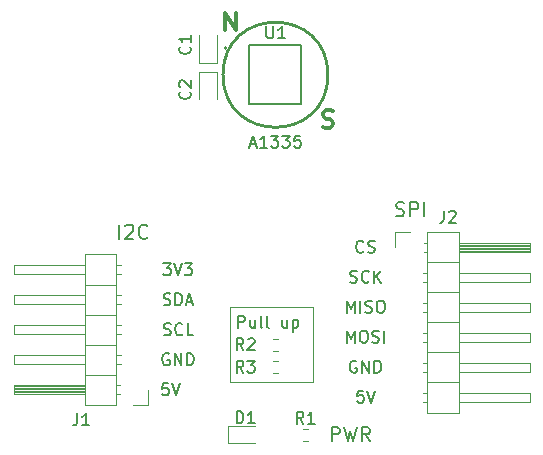
<source format=gbr>
%TF.GenerationSoftware,KiCad,Pcbnew,(5.1.9)-1*%
%TF.CreationDate,2021-04-28T11:17:24-03:00*%
%TF.ProjectId,1335_rev1,31333335-5f72-4657-9631-2e6b69636164,rev?*%
%TF.SameCoordinates,Original*%
%TF.FileFunction,Legend,Top*%
%TF.FilePolarity,Positive*%
%FSLAX46Y46*%
G04 Gerber Fmt 4.6, Leading zero omitted, Abs format (unit mm)*
G04 Created by KiCad (PCBNEW (5.1.9)-1) date 2021-04-28 11:17:24*
%MOMM*%
%LPD*%
G01*
G04 APERTURE LIST*
%ADD10C,0.120000*%
%ADD11C,0.200000*%
%ADD12C,0.150000*%
%ADD13C,0.300000*%
%ADD14C,0.250000*%
%ADD15C,0.127000*%
G04 APERTURE END LIST*
D10*
X146050000Y-86360000D02*
X139065000Y-86360000D01*
X146050000Y-92710000D02*
X146050000Y-86360000D01*
X144780000Y-92710000D02*
X146050000Y-92710000D01*
X139065000Y-92710000D02*
X144780000Y-92710000D01*
X139065000Y-86360000D02*
X139065000Y-92710000D01*
D11*
X153076428Y-78590714D02*
X153247857Y-78647857D01*
X153533571Y-78647857D01*
X153647857Y-78590714D01*
X153705000Y-78533571D01*
X153762142Y-78419285D01*
X153762142Y-78305000D01*
X153705000Y-78190714D01*
X153647857Y-78133571D01*
X153533571Y-78076428D01*
X153305000Y-78019285D01*
X153190714Y-77962142D01*
X153133571Y-77905000D01*
X153076428Y-77790714D01*
X153076428Y-77676428D01*
X153133571Y-77562142D01*
X153190714Y-77505000D01*
X153305000Y-77447857D01*
X153590714Y-77447857D01*
X153762142Y-77505000D01*
X154276428Y-78647857D02*
X154276428Y-77447857D01*
X154733571Y-77447857D01*
X154847857Y-77505000D01*
X154905000Y-77562142D01*
X154962142Y-77676428D01*
X154962142Y-77847857D01*
X154905000Y-77962142D01*
X154847857Y-78019285D01*
X154733571Y-78076428D01*
X154276428Y-78076428D01*
X155476428Y-78647857D02*
X155476428Y-77447857D01*
X129638571Y-80552857D02*
X129638571Y-79352857D01*
X130152857Y-79467142D02*
X130210000Y-79410000D01*
X130324285Y-79352857D01*
X130610000Y-79352857D01*
X130724285Y-79410000D01*
X130781428Y-79467142D01*
X130838571Y-79581428D01*
X130838571Y-79695714D01*
X130781428Y-79867142D01*
X130095714Y-80552857D01*
X130838571Y-80552857D01*
X132038571Y-80438571D02*
X131981428Y-80495714D01*
X131810000Y-80552857D01*
X131695714Y-80552857D01*
X131524285Y-80495714D01*
X131410000Y-80381428D01*
X131352857Y-80267142D01*
X131295714Y-80038571D01*
X131295714Y-79867142D01*
X131352857Y-79638571D01*
X131410000Y-79524285D01*
X131524285Y-79410000D01*
X131695714Y-79352857D01*
X131810000Y-79352857D01*
X131981428Y-79410000D01*
X132038571Y-79467142D01*
D12*
X139716190Y-88082380D02*
X139716190Y-87082380D01*
X140097142Y-87082380D01*
X140192380Y-87130000D01*
X140240000Y-87177619D01*
X140287619Y-87272857D01*
X140287619Y-87415714D01*
X140240000Y-87510952D01*
X140192380Y-87558571D01*
X140097142Y-87606190D01*
X139716190Y-87606190D01*
X141144761Y-87415714D02*
X141144761Y-88082380D01*
X140716190Y-87415714D02*
X140716190Y-87939523D01*
X140763809Y-88034761D01*
X140859047Y-88082380D01*
X141001904Y-88082380D01*
X141097142Y-88034761D01*
X141144761Y-87987142D01*
X141763809Y-88082380D02*
X141668571Y-88034761D01*
X141620952Y-87939523D01*
X141620952Y-87082380D01*
X142287619Y-88082380D02*
X142192380Y-88034761D01*
X142144761Y-87939523D01*
X142144761Y-87082380D01*
X143859047Y-87415714D02*
X143859047Y-88082380D01*
X143430476Y-87415714D02*
X143430476Y-87939523D01*
X143478095Y-88034761D01*
X143573333Y-88082380D01*
X143716190Y-88082380D01*
X143811428Y-88034761D01*
X143859047Y-87987142D01*
X144335238Y-87415714D02*
X144335238Y-88415714D01*
X144335238Y-87463333D02*
X144430476Y-87415714D01*
X144620952Y-87415714D01*
X144716190Y-87463333D01*
X144763809Y-87510952D01*
X144811428Y-87606190D01*
X144811428Y-87891904D01*
X144763809Y-87987142D01*
X144716190Y-88034761D01*
X144620952Y-88082380D01*
X144430476Y-88082380D01*
X144335238Y-88034761D01*
X149733095Y-90940000D02*
X149637857Y-90892380D01*
X149495000Y-90892380D01*
X149352142Y-90940000D01*
X149256904Y-91035238D01*
X149209285Y-91130476D01*
X149161666Y-91320952D01*
X149161666Y-91463809D01*
X149209285Y-91654285D01*
X149256904Y-91749523D01*
X149352142Y-91844761D01*
X149495000Y-91892380D01*
X149590238Y-91892380D01*
X149733095Y-91844761D01*
X149780714Y-91797142D01*
X149780714Y-91463809D01*
X149590238Y-91463809D01*
X150209285Y-91892380D02*
X150209285Y-90892380D01*
X150780714Y-91892380D01*
X150780714Y-90892380D01*
X151256904Y-91892380D02*
X151256904Y-90892380D01*
X151495000Y-90892380D01*
X151637857Y-90940000D01*
X151733095Y-91035238D01*
X151780714Y-91130476D01*
X151828333Y-91320952D01*
X151828333Y-91463809D01*
X151780714Y-91654285D01*
X151733095Y-91749523D01*
X151637857Y-91844761D01*
X151495000Y-91892380D01*
X151256904Y-91892380D01*
X150304523Y-93432380D02*
X149828333Y-93432380D01*
X149780714Y-93908571D01*
X149828333Y-93860952D01*
X149923571Y-93813333D01*
X150161666Y-93813333D01*
X150256904Y-93860952D01*
X150304523Y-93908571D01*
X150352142Y-94003809D01*
X150352142Y-94241904D01*
X150304523Y-94337142D01*
X150256904Y-94384761D01*
X150161666Y-94432380D01*
X149923571Y-94432380D01*
X149828333Y-94384761D01*
X149780714Y-94337142D01*
X150637857Y-93432380D02*
X150971190Y-94432380D01*
X151304523Y-93432380D01*
X133429523Y-88669761D02*
X133572380Y-88717380D01*
X133810476Y-88717380D01*
X133905714Y-88669761D01*
X133953333Y-88622142D01*
X134000952Y-88526904D01*
X134000952Y-88431666D01*
X133953333Y-88336428D01*
X133905714Y-88288809D01*
X133810476Y-88241190D01*
X133620000Y-88193571D01*
X133524761Y-88145952D01*
X133477142Y-88098333D01*
X133429523Y-88003095D01*
X133429523Y-87907857D01*
X133477142Y-87812619D01*
X133524761Y-87765000D01*
X133620000Y-87717380D01*
X133858095Y-87717380D01*
X134000952Y-87765000D01*
X135000952Y-88622142D02*
X134953333Y-88669761D01*
X134810476Y-88717380D01*
X134715238Y-88717380D01*
X134572380Y-88669761D01*
X134477142Y-88574523D01*
X134429523Y-88479285D01*
X134381904Y-88288809D01*
X134381904Y-88145952D01*
X134429523Y-87955476D01*
X134477142Y-87860238D01*
X134572380Y-87765000D01*
X134715238Y-87717380D01*
X134810476Y-87717380D01*
X134953333Y-87765000D01*
X135000952Y-87812619D01*
X135905714Y-88717380D02*
X135429523Y-88717380D01*
X135429523Y-87717380D01*
X133405714Y-86129761D02*
X133548571Y-86177380D01*
X133786666Y-86177380D01*
X133881904Y-86129761D01*
X133929523Y-86082142D01*
X133977142Y-85986904D01*
X133977142Y-85891666D01*
X133929523Y-85796428D01*
X133881904Y-85748809D01*
X133786666Y-85701190D01*
X133596190Y-85653571D01*
X133500952Y-85605952D01*
X133453333Y-85558333D01*
X133405714Y-85463095D01*
X133405714Y-85367857D01*
X133453333Y-85272619D01*
X133500952Y-85225000D01*
X133596190Y-85177380D01*
X133834285Y-85177380D01*
X133977142Y-85225000D01*
X134405714Y-86177380D02*
X134405714Y-85177380D01*
X134643809Y-85177380D01*
X134786666Y-85225000D01*
X134881904Y-85320238D01*
X134929523Y-85415476D01*
X134977142Y-85605952D01*
X134977142Y-85748809D01*
X134929523Y-85939285D01*
X134881904Y-86034523D01*
X134786666Y-86129761D01*
X134643809Y-86177380D01*
X134405714Y-86177380D01*
X135358095Y-85891666D02*
X135834285Y-85891666D01*
X135262857Y-86177380D02*
X135596190Y-85177380D01*
X135929523Y-86177380D01*
X133794523Y-92797380D02*
X133318333Y-92797380D01*
X133270714Y-93273571D01*
X133318333Y-93225952D01*
X133413571Y-93178333D01*
X133651666Y-93178333D01*
X133746904Y-93225952D01*
X133794523Y-93273571D01*
X133842142Y-93368809D01*
X133842142Y-93606904D01*
X133794523Y-93702142D01*
X133746904Y-93749761D01*
X133651666Y-93797380D01*
X133413571Y-93797380D01*
X133318333Y-93749761D01*
X133270714Y-93702142D01*
X134127857Y-92797380D02*
X134461190Y-93797380D01*
X134794523Y-92797380D01*
X149209285Y-84224761D02*
X149352142Y-84272380D01*
X149590238Y-84272380D01*
X149685476Y-84224761D01*
X149733095Y-84177142D01*
X149780714Y-84081904D01*
X149780714Y-83986666D01*
X149733095Y-83891428D01*
X149685476Y-83843809D01*
X149590238Y-83796190D01*
X149399761Y-83748571D01*
X149304523Y-83700952D01*
X149256904Y-83653333D01*
X149209285Y-83558095D01*
X149209285Y-83462857D01*
X149256904Y-83367619D01*
X149304523Y-83320000D01*
X149399761Y-83272380D01*
X149637857Y-83272380D01*
X149780714Y-83320000D01*
X150780714Y-84177142D02*
X150733095Y-84224761D01*
X150590238Y-84272380D01*
X150495000Y-84272380D01*
X150352142Y-84224761D01*
X150256904Y-84129523D01*
X150209285Y-84034285D01*
X150161666Y-83843809D01*
X150161666Y-83700952D01*
X150209285Y-83510476D01*
X150256904Y-83415238D01*
X150352142Y-83320000D01*
X150495000Y-83272380D01*
X150590238Y-83272380D01*
X150733095Y-83320000D01*
X150780714Y-83367619D01*
X151209285Y-84272380D02*
X151209285Y-83272380D01*
X151780714Y-84272380D02*
X151352142Y-83700952D01*
X151780714Y-83272380D02*
X151209285Y-83843809D01*
X150328333Y-81637142D02*
X150280714Y-81684761D01*
X150137857Y-81732380D01*
X150042619Y-81732380D01*
X149899761Y-81684761D01*
X149804523Y-81589523D01*
X149756904Y-81494285D01*
X149709285Y-81303809D01*
X149709285Y-81160952D01*
X149756904Y-80970476D01*
X149804523Y-80875238D01*
X149899761Y-80780000D01*
X150042619Y-80732380D01*
X150137857Y-80732380D01*
X150280714Y-80780000D01*
X150328333Y-80827619D01*
X150709285Y-81684761D02*
X150852142Y-81732380D01*
X151090238Y-81732380D01*
X151185476Y-81684761D01*
X151233095Y-81637142D01*
X151280714Y-81541904D01*
X151280714Y-81446666D01*
X151233095Y-81351428D01*
X151185476Y-81303809D01*
X151090238Y-81256190D01*
X150899761Y-81208571D01*
X150804523Y-81160952D01*
X150756904Y-81113333D01*
X150709285Y-81018095D01*
X150709285Y-80922857D01*
X150756904Y-80827619D01*
X150804523Y-80780000D01*
X150899761Y-80732380D01*
X151137857Y-80732380D01*
X151280714Y-80780000D01*
X148923571Y-86812380D02*
X148923571Y-85812380D01*
X149256904Y-86526666D01*
X149590238Y-85812380D01*
X149590238Y-86812380D01*
X150066428Y-86812380D02*
X150066428Y-85812380D01*
X150495000Y-86764761D02*
X150637857Y-86812380D01*
X150875952Y-86812380D01*
X150971190Y-86764761D01*
X151018809Y-86717142D01*
X151066428Y-86621904D01*
X151066428Y-86526666D01*
X151018809Y-86431428D01*
X150971190Y-86383809D01*
X150875952Y-86336190D01*
X150685476Y-86288571D01*
X150590238Y-86240952D01*
X150542619Y-86193333D01*
X150495000Y-86098095D01*
X150495000Y-86002857D01*
X150542619Y-85907619D01*
X150590238Y-85860000D01*
X150685476Y-85812380D01*
X150923571Y-85812380D01*
X151066428Y-85860000D01*
X151685476Y-85812380D02*
X151875952Y-85812380D01*
X151971190Y-85860000D01*
X152066428Y-85955238D01*
X152114047Y-86145714D01*
X152114047Y-86479047D01*
X152066428Y-86669523D01*
X151971190Y-86764761D01*
X151875952Y-86812380D01*
X151685476Y-86812380D01*
X151590238Y-86764761D01*
X151495000Y-86669523D01*
X151447380Y-86479047D01*
X151447380Y-86145714D01*
X151495000Y-85955238D01*
X151590238Y-85860000D01*
X151685476Y-85812380D01*
X148923571Y-89352380D02*
X148923571Y-88352380D01*
X149256904Y-89066666D01*
X149590238Y-88352380D01*
X149590238Y-89352380D01*
X150256904Y-88352380D02*
X150447380Y-88352380D01*
X150542619Y-88400000D01*
X150637857Y-88495238D01*
X150685476Y-88685714D01*
X150685476Y-89019047D01*
X150637857Y-89209523D01*
X150542619Y-89304761D01*
X150447380Y-89352380D01*
X150256904Y-89352380D01*
X150161666Y-89304761D01*
X150066428Y-89209523D01*
X150018809Y-89019047D01*
X150018809Y-88685714D01*
X150066428Y-88495238D01*
X150161666Y-88400000D01*
X150256904Y-88352380D01*
X151066428Y-89304761D02*
X151209285Y-89352380D01*
X151447380Y-89352380D01*
X151542619Y-89304761D01*
X151590238Y-89257142D01*
X151637857Y-89161904D01*
X151637857Y-89066666D01*
X151590238Y-88971428D01*
X151542619Y-88923809D01*
X151447380Y-88876190D01*
X151256904Y-88828571D01*
X151161666Y-88780952D01*
X151114047Y-88733333D01*
X151066428Y-88638095D01*
X151066428Y-88542857D01*
X151114047Y-88447619D01*
X151161666Y-88400000D01*
X151256904Y-88352380D01*
X151495000Y-88352380D01*
X151637857Y-88400000D01*
X152066428Y-89352380D02*
X152066428Y-88352380D01*
X133858095Y-90305000D02*
X133762857Y-90257380D01*
X133620000Y-90257380D01*
X133477142Y-90305000D01*
X133381904Y-90400238D01*
X133334285Y-90495476D01*
X133286666Y-90685952D01*
X133286666Y-90828809D01*
X133334285Y-91019285D01*
X133381904Y-91114523D01*
X133477142Y-91209761D01*
X133620000Y-91257380D01*
X133715238Y-91257380D01*
X133858095Y-91209761D01*
X133905714Y-91162142D01*
X133905714Y-90828809D01*
X133715238Y-90828809D01*
X134334285Y-91257380D02*
X134334285Y-90257380D01*
X134905714Y-91257380D01*
X134905714Y-90257380D01*
X135381904Y-91257380D02*
X135381904Y-90257380D01*
X135620000Y-90257380D01*
X135762857Y-90305000D01*
X135858095Y-90400238D01*
X135905714Y-90495476D01*
X135953333Y-90685952D01*
X135953333Y-90828809D01*
X135905714Y-91019285D01*
X135858095Y-91114523D01*
X135762857Y-91209761D01*
X135620000Y-91257380D01*
X135381904Y-91257380D01*
X133381904Y-82637380D02*
X134000952Y-82637380D01*
X133667619Y-83018333D01*
X133810476Y-83018333D01*
X133905714Y-83065952D01*
X133953333Y-83113571D01*
X134000952Y-83208809D01*
X134000952Y-83446904D01*
X133953333Y-83542142D01*
X133905714Y-83589761D01*
X133810476Y-83637380D01*
X133524761Y-83637380D01*
X133429523Y-83589761D01*
X133381904Y-83542142D01*
X134286666Y-82637380D02*
X134620000Y-83637380D01*
X134953333Y-82637380D01*
X135191428Y-82637380D02*
X135810476Y-82637380D01*
X135477142Y-83018333D01*
X135620000Y-83018333D01*
X135715238Y-83065952D01*
X135762857Y-83113571D01*
X135810476Y-83208809D01*
X135810476Y-83446904D01*
X135762857Y-83542142D01*
X135715238Y-83589761D01*
X135620000Y-83637380D01*
X135334285Y-83637380D01*
X135239047Y-83589761D01*
X135191428Y-83542142D01*
D13*
X146891428Y-71092142D02*
X147105714Y-71163571D01*
X147462857Y-71163571D01*
X147605714Y-71092142D01*
X147677142Y-71020714D01*
X147748571Y-70877857D01*
X147748571Y-70735000D01*
X147677142Y-70592142D01*
X147605714Y-70520714D01*
X147462857Y-70449285D01*
X147177142Y-70377857D01*
X147034285Y-70306428D01*
X146962857Y-70235000D01*
X146891428Y-70092142D01*
X146891428Y-69949285D01*
X146962857Y-69806428D01*
X147034285Y-69735000D01*
X147177142Y-69663571D01*
X147534285Y-69663571D01*
X147748571Y-69735000D01*
X138636428Y-62908571D02*
X138636428Y-61408571D01*
X139493571Y-62908571D01*
X139493571Y-61408571D01*
D11*
X147625000Y-97697857D02*
X147625000Y-96497857D01*
X148082142Y-96497857D01*
X148196428Y-96555000D01*
X148253571Y-96612142D01*
X148310714Y-96726428D01*
X148310714Y-96897857D01*
X148253571Y-97012142D01*
X148196428Y-97069285D01*
X148082142Y-97126428D01*
X147625000Y-97126428D01*
X148710714Y-96497857D02*
X148996428Y-97697857D01*
X149225000Y-96840714D01*
X149453571Y-97697857D01*
X149739285Y-96497857D01*
X150882142Y-97697857D02*
X150482142Y-97126428D01*
X150196428Y-97697857D02*
X150196428Y-96497857D01*
X150653571Y-96497857D01*
X150767857Y-96555000D01*
X150825000Y-96612142D01*
X150882142Y-96726428D01*
X150882142Y-96897857D01*
X150825000Y-97012142D01*
X150767857Y-97069285D01*
X150653571Y-97126428D01*
X150196428Y-97126428D01*
D14*
X147320000Y-66675000D02*
G75*
G03*
X147320000Y-66675000I-4445000J0D01*
G01*
D10*
%TO.C,J1*%
X132080000Y-94615000D02*
X130810000Y-94615000D01*
X132080000Y-93345000D02*
X132080000Y-94615000D01*
X129767071Y-82805000D02*
X129370000Y-82805000D01*
X129767071Y-83565000D02*
X129370000Y-83565000D01*
X120710000Y-82805000D02*
X126710000Y-82805000D01*
X120710000Y-83565000D02*
X120710000Y-82805000D01*
X126710000Y-83565000D02*
X120710000Y-83565000D01*
X129370000Y-84455000D02*
X126710000Y-84455000D01*
X129767071Y-85345000D02*
X129370000Y-85345000D01*
X129767071Y-86105000D02*
X129370000Y-86105000D01*
X120710000Y-85345000D02*
X126710000Y-85345000D01*
X120710000Y-86105000D02*
X120710000Y-85345000D01*
X126710000Y-86105000D02*
X120710000Y-86105000D01*
X129370000Y-86995000D02*
X126710000Y-86995000D01*
X129767071Y-87885000D02*
X129370000Y-87885000D01*
X129767071Y-88645000D02*
X129370000Y-88645000D01*
X120710000Y-87885000D02*
X126710000Y-87885000D01*
X120710000Y-88645000D02*
X120710000Y-87885000D01*
X126710000Y-88645000D02*
X120710000Y-88645000D01*
X129370000Y-89535000D02*
X126710000Y-89535000D01*
X129767071Y-90425000D02*
X129370000Y-90425000D01*
X129767071Y-91185000D02*
X129370000Y-91185000D01*
X120710000Y-90425000D02*
X126710000Y-90425000D01*
X120710000Y-91185000D02*
X120710000Y-90425000D01*
X126710000Y-91185000D02*
X120710000Y-91185000D01*
X129370000Y-92075000D02*
X126710000Y-92075000D01*
X129700000Y-92965000D02*
X129370000Y-92965000D01*
X129700000Y-93725000D02*
X129370000Y-93725000D01*
X126710000Y-93065000D02*
X120710000Y-93065000D01*
X126710000Y-93185000D02*
X120710000Y-93185000D01*
X126710000Y-93305000D02*
X120710000Y-93305000D01*
X126710000Y-93425000D02*
X120710000Y-93425000D01*
X126710000Y-93545000D02*
X120710000Y-93545000D01*
X126710000Y-93665000D02*
X120710000Y-93665000D01*
X120710000Y-92965000D02*
X126710000Y-92965000D01*
X120710000Y-93725000D02*
X120710000Y-92965000D01*
X126710000Y-93725000D02*
X120710000Y-93725000D01*
X126710000Y-94675000D02*
X129370000Y-94675000D01*
X126710000Y-81855000D02*
X126710000Y-94675000D01*
X129370000Y-81855000D02*
X126710000Y-81855000D01*
X129370000Y-94675000D02*
X129370000Y-81855000D01*
%TO.C,J2*%
X153035000Y-80010000D02*
X154305000Y-80010000D01*
X153035000Y-81280000D02*
X153035000Y-80010000D01*
X155347929Y-94360000D02*
X155745000Y-94360000D01*
X155347929Y-93600000D02*
X155745000Y-93600000D01*
X164405000Y-94360000D02*
X158405000Y-94360000D01*
X164405000Y-93600000D02*
X164405000Y-94360000D01*
X158405000Y-93600000D02*
X164405000Y-93600000D01*
X155745000Y-92710000D02*
X158405000Y-92710000D01*
X155347929Y-91820000D02*
X155745000Y-91820000D01*
X155347929Y-91060000D02*
X155745000Y-91060000D01*
X164405000Y-91820000D02*
X158405000Y-91820000D01*
X164405000Y-91060000D02*
X164405000Y-91820000D01*
X158405000Y-91060000D02*
X164405000Y-91060000D01*
X155745000Y-90170000D02*
X158405000Y-90170000D01*
X155347929Y-89280000D02*
X155745000Y-89280000D01*
X155347929Y-88520000D02*
X155745000Y-88520000D01*
X164405000Y-89280000D02*
X158405000Y-89280000D01*
X164405000Y-88520000D02*
X164405000Y-89280000D01*
X158405000Y-88520000D02*
X164405000Y-88520000D01*
X155745000Y-87630000D02*
X158405000Y-87630000D01*
X155347929Y-86740000D02*
X155745000Y-86740000D01*
X155347929Y-85980000D02*
X155745000Y-85980000D01*
X164405000Y-86740000D02*
X158405000Y-86740000D01*
X164405000Y-85980000D02*
X164405000Y-86740000D01*
X158405000Y-85980000D02*
X164405000Y-85980000D01*
X155745000Y-85090000D02*
X158405000Y-85090000D01*
X155347929Y-84200000D02*
X155745000Y-84200000D01*
X155347929Y-83440000D02*
X155745000Y-83440000D01*
X164405000Y-84200000D02*
X158405000Y-84200000D01*
X164405000Y-83440000D02*
X164405000Y-84200000D01*
X158405000Y-83440000D02*
X164405000Y-83440000D01*
X155745000Y-82550000D02*
X158405000Y-82550000D01*
X155415000Y-81660000D02*
X155745000Y-81660000D01*
X155415000Y-80900000D02*
X155745000Y-80900000D01*
X158405000Y-81560000D02*
X164405000Y-81560000D01*
X158405000Y-81440000D02*
X164405000Y-81440000D01*
X158405000Y-81320000D02*
X164405000Y-81320000D01*
X158405000Y-81200000D02*
X164405000Y-81200000D01*
X158405000Y-81080000D02*
X164405000Y-81080000D01*
X158405000Y-80960000D02*
X164405000Y-80960000D01*
X164405000Y-81660000D02*
X158405000Y-81660000D01*
X164405000Y-80900000D02*
X164405000Y-81660000D01*
X158405000Y-80900000D02*
X164405000Y-80900000D01*
X158405000Y-79950000D02*
X155745000Y-79950000D01*
X158405000Y-95310000D02*
X158405000Y-79950000D01*
X155745000Y-95310000D02*
X158405000Y-95310000D01*
X155745000Y-79950000D02*
X155745000Y-95310000D01*
%TO.C,R1*%
X145652258Y-97677500D02*
X145177742Y-97677500D01*
X145652258Y-96632500D02*
X145177742Y-96632500D01*
%TO.C,R3*%
X142637742Y-91962500D02*
X143112258Y-91962500D01*
X142637742Y-90917500D02*
X143112258Y-90917500D01*
%TO.C,R2*%
X142637742Y-90057500D02*
X143112258Y-90057500D01*
X142637742Y-89012500D02*
X143112258Y-89012500D01*
%TO.C,D1*%
X141135000Y-96420000D02*
X138850000Y-96420000D01*
X138850000Y-96420000D02*
X138850000Y-97890000D01*
X138850000Y-97890000D02*
X141135000Y-97890000D01*
%TO.C,C2*%
X137945000Y-68745000D02*
X137945000Y-66435000D01*
X137945000Y-66435000D02*
X136375000Y-66435000D01*
X136375000Y-66435000D02*
X136375000Y-68745000D01*
%TO.C,C1*%
X137945000Y-65645000D02*
X137945000Y-63335000D01*
X136375000Y-65645000D02*
X137945000Y-65645000D01*
X136375000Y-63335000D02*
X136375000Y-65645000D01*
D15*
%TO.C,U1*%
X145075000Y-64175000D02*
X145075000Y-69175000D01*
X140675000Y-64175000D02*
X140675000Y-69175000D01*
X140675000Y-69175000D02*
X145075000Y-69175000D01*
X140675000Y-64175000D02*
X145075000Y-64175000D01*
D11*
X138735000Y-64415000D02*
G75*
G03*
X138735000Y-64415000I-100000J0D01*
G01*
%TO.C,J1*%
D12*
X126091666Y-95337380D02*
X126091666Y-96051666D01*
X126044047Y-96194523D01*
X125948809Y-96289761D01*
X125805952Y-96337380D01*
X125710714Y-96337380D01*
X127091666Y-96337380D02*
X126520238Y-96337380D01*
X126805952Y-96337380D02*
X126805952Y-95337380D01*
X126710714Y-95480238D01*
X126615476Y-95575476D01*
X126520238Y-95623095D01*
%TO.C,J2*%
X157146666Y-78192380D02*
X157146666Y-78906666D01*
X157099047Y-79049523D01*
X157003809Y-79144761D01*
X156860952Y-79192380D01*
X156765714Y-79192380D01*
X157575238Y-78287619D02*
X157622857Y-78240000D01*
X157718095Y-78192380D01*
X157956190Y-78192380D01*
X158051428Y-78240000D01*
X158099047Y-78287619D01*
X158146666Y-78382857D01*
X158146666Y-78478095D01*
X158099047Y-78620952D01*
X157527619Y-79192380D01*
X158146666Y-79192380D01*
%TO.C,R1*%
X145248333Y-96210380D02*
X144915000Y-95734190D01*
X144676904Y-96210380D02*
X144676904Y-95210380D01*
X145057857Y-95210380D01*
X145153095Y-95258000D01*
X145200714Y-95305619D01*
X145248333Y-95400857D01*
X145248333Y-95543714D01*
X145200714Y-95638952D01*
X145153095Y-95686571D01*
X145057857Y-95734190D01*
X144676904Y-95734190D01*
X146200714Y-96210380D02*
X145629285Y-96210380D01*
X145915000Y-96210380D02*
X145915000Y-95210380D01*
X145819761Y-95353238D01*
X145724523Y-95448476D01*
X145629285Y-95496095D01*
%TO.C,R3*%
X140168333Y-91892380D02*
X139835000Y-91416190D01*
X139596904Y-91892380D02*
X139596904Y-90892380D01*
X139977857Y-90892380D01*
X140073095Y-90940000D01*
X140120714Y-90987619D01*
X140168333Y-91082857D01*
X140168333Y-91225714D01*
X140120714Y-91320952D01*
X140073095Y-91368571D01*
X139977857Y-91416190D01*
X139596904Y-91416190D01*
X140501666Y-90892380D02*
X141120714Y-90892380D01*
X140787380Y-91273333D01*
X140930238Y-91273333D01*
X141025476Y-91320952D01*
X141073095Y-91368571D01*
X141120714Y-91463809D01*
X141120714Y-91701904D01*
X141073095Y-91797142D01*
X141025476Y-91844761D01*
X140930238Y-91892380D01*
X140644523Y-91892380D01*
X140549285Y-91844761D01*
X140501666Y-91797142D01*
%TO.C,R2*%
X140168333Y-89987380D02*
X139835000Y-89511190D01*
X139596904Y-89987380D02*
X139596904Y-88987380D01*
X139977857Y-88987380D01*
X140073095Y-89035000D01*
X140120714Y-89082619D01*
X140168333Y-89177857D01*
X140168333Y-89320714D01*
X140120714Y-89415952D01*
X140073095Y-89463571D01*
X139977857Y-89511190D01*
X139596904Y-89511190D01*
X140549285Y-89082619D02*
X140596904Y-89035000D01*
X140692142Y-88987380D01*
X140930238Y-88987380D01*
X141025476Y-89035000D01*
X141073095Y-89082619D01*
X141120714Y-89177857D01*
X141120714Y-89273095D01*
X141073095Y-89415952D01*
X140501666Y-89987380D01*
X141120714Y-89987380D01*
%TO.C,D1*%
X139596904Y-96177380D02*
X139596904Y-95177380D01*
X139835000Y-95177380D01*
X139977857Y-95225000D01*
X140073095Y-95320238D01*
X140120714Y-95415476D01*
X140168333Y-95605952D01*
X140168333Y-95748809D01*
X140120714Y-95939285D01*
X140073095Y-96034523D01*
X139977857Y-96129761D01*
X139835000Y-96177380D01*
X139596904Y-96177380D01*
X141120714Y-96177380D02*
X140549285Y-96177380D01*
X140835000Y-96177380D02*
X140835000Y-95177380D01*
X140739761Y-95320238D01*
X140644523Y-95415476D01*
X140549285Y-95463095D01*
%TO.C,C2*%
X135612142Y-68111666D02*
X135659761Y-68159285D01*
X135707380Y-68302142D01*
X135707380Y-68397380D01*
X135659761Y-68540238D01*
X135564523Y-68635476D01*
X135469285Y-68683095D01*
X135278809Y-68730714D01*
X135135952Y-68730714D01*
X134945476Y-68683095D01*
X134850238Y-68635476D01*
X134755000Y-68540238D01*
X134707380Y-68397380D01*
X134707380Y-68302142D01*
X134755000Y-68159285D01*
X134802619Y-68111666D01*
X134802619Y-67730714D02*
X134755000Y-67683095D01*
X134707380Y-67587857D01*
X134707380Y-67349761D01*
X134755000Y-67254523D01*
X134802619Y-67206904D01*
X134897857Y-67159285D01*
X134993095Y-67159285D01*
X135135952Y-67206904D01*
X135707380Y-67778333D01*
X135707380Y-67159285D01*
%TO.C,C1*%
X135612142Y-64301666D02*
X135659761Y-64349285D01*
X135707380Y-64492142D01*
X135707380Y-64587380D01*
X135659761Y-64730238D01*
X135564523Y-64825476D01*
X135469285Y-64873095D01*
X135278809Y-64920714D01*
X135135952Y-64920714D01*
X134945476Y-64873095D01*
X134850238Y-64825476D01*
X134755000Y-64730238D01*
X134707380Y-64587380D01*
X134707380Y-64492142D01*
X134755000Y-64349285D01*
X134802619Y-64301666D01*
X135707380Y-63349285D02*
X135707380Y-63920714D01*
X135707380Y-63635000D02*
X134707380Y-63635000D01*
X134850238Y-63730238D01*
X134945476Y-63825476D01*
X134993095Y-63920714D01*
%TO.C,U1*%
X142113095Y-62571380D02*
X142113095Y-63380904D01*
X142160714Y-63476142D01*
X142208333Y-63523761D01*
X142303571Y-63571380D01*
X142494047Y-63571380D01*
X142589285Y-63523761D01*
X142636904Y-63476142D01*
X142684523Y-63380904D01*
X142684523Y-62571380D01*
X143684523Y-63571380D02*
X143113095Y-63571380D01*
X143398809Y-63571380D02*
X143398809Y-62571380D01*
X143303571Y-62714238D01*
X143208333Y-62809476D01*
X143113095Y-62857095D01*
X140732142Y-72556666D02*
X141208333Y-72556666D01*
X140636904Y-72842380D02*
X140970238Y-71842380D01*
X141303571Y-72842380D01*
X142160714Y-72842380D02*
X141589285Y-72842380D01*
X141875000Y-72842380D02*
X141875000Y-71842380D01*
X141779761Y-71985238D01*
X141684523Y-72080476D01*
X141589285Y-72128095D01*
X142494047Y-71842380D02*
X143113095Y-71842380D01*
X142779761Y-72223333D01*
X142922619Y-72223333D01*
X143017857Y-72270952D01*
X143065476Y-72318571D01*
X143113095Y-72413809D01*
X143113095Y-72651904D01*
X143065476Y-72747142D01*
X143017857Y-72794761D01*
X142922619Y-72842380D01*
X142636904Y-72842380D01*
X142541666Y-72794761D01*
X142494047Y-72747142D01*
X143446428Y-71842380D02*
X144065476Y-71842380D01*
X143732142Y-72223333D01*
X143875000Y-72223333D01*
X143970238Y-72270952D01*
X144017857Y-72318571D01*
X144065476Y-72413809D01*
X144065476Y-72651904D01*
X144017857Y-72747142D01*
X143970238Y-72794761D01*
X143875000Y-72842380D01*
X143589285Y-72842380D01*
X143494047Y-72794761D01*
X143446428Y-72747142D01*
X144970238Y-71842380D02*
X144494047Y-71842380D01*
X144446428Y-72318571D01*
X144494047Y-72270952D01*
X144589285Y-72223333D01*
X144827380Y-72223333D01*
X144922619Y-72270952D01*
X144970238Y-72318571D01*
X145017857Y-72413809D01*
X145017857Y-72651904D01*
X144970238Y-72747142D01*
X144922619Y-72794761D01*
X144827380Y-72842380D01*
X144589285Y-72842380D01*
X144494047Y-72794761D01*
X144446428Y-72747142D01*
%TD*%
M02*

</source>
